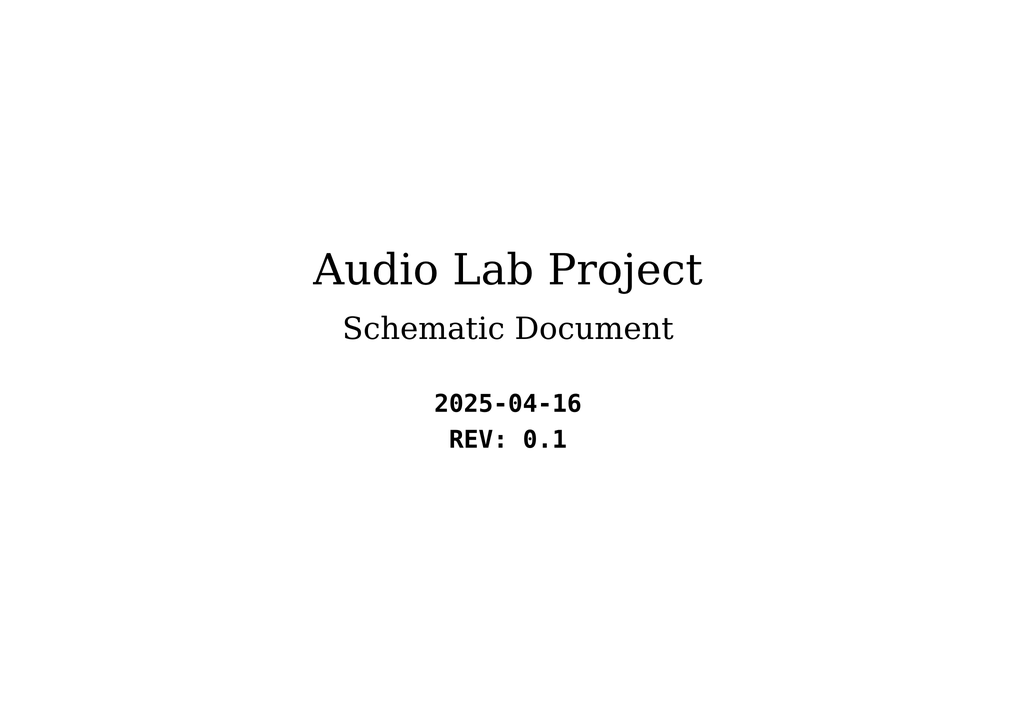
<source format=kicad_sch>
(kicad_sch
	(version 20250114)
	(generator "eeschema")
	(generator_version "9.0")
	(uuid "38008a26-bb94-4057-a197-3d26cc435978")
	(paper "A4")
	(lib_symbols)
	(text "2025-04-16"
		(exclude_from_sim no)
		(at 147.32 118.872 0)
		(effects
			(font
				(face "Courier New")
				(size 5.08 5.08)
				(thickness 0.508)
				(bold yes)
				(color 0 0 0 1)
			)
		)
		(uuid "5406f030-18d7-48e9-974e-0998c451d779")
	)
	(text "Schematic Document\n"
		(exclude_from_sim no)
		(at 147.32 97.536 0)
		(effects
			(font
				(face "Times New Roman")
				(size 6.35 6.35)
				(color 0 0 0 1)
			)
		)
		(uuid "68fda99a-cd6f-40d2-9e06-d63cc8a35415")
	)
	(text "REV: 0.1"
		(exclude_from_sim no)
		(at 147.32 129.286 0)
		(effects
			(font
				(face "Courier New")
				(size 5.08 5.08)
				(bold yes)
				(color 0 0 0 1)
			)
		)
		(uuid "8209d00a-02b3-4584-8a3c-17be57bdee2a")
	)
	(text "Audio Lab Project"
		(exclude_from_sim no)
		(at 147.32 81.28 0)
		(effects
			(font
				(face "Times New Roman")
				(size 8.89 8.89)
				(color 0 0 0 1)
			)
		)
		(uuid "8f0d2495-372a-4577-9d8e-4b6cd2fce27d")
	)
)

</source>
